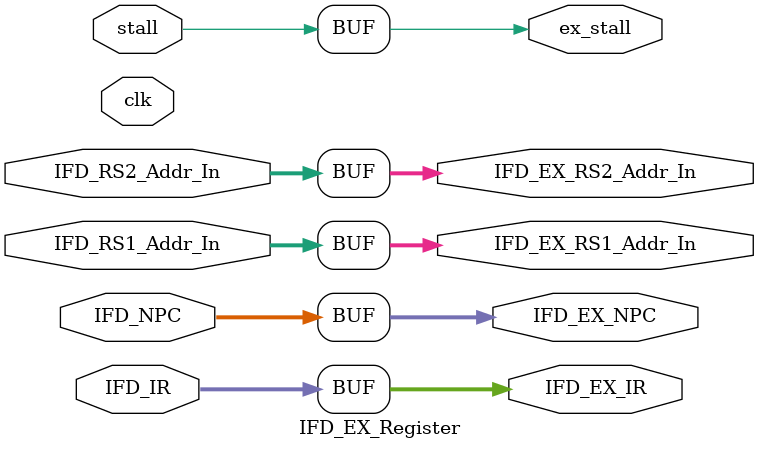
<source format=v>
`timescale 1ns / 1ps


module IFD_EX_Register(clk,stall,IFD_NPC,IFD_IR,IFD_RS1_Addr_In,IFD_RS2_Addr_In,IFD_EX_NPC,IFD_EX_IR,IFD_EX_RS1_Addr_In,IFD_EX_RS2_Addr_In,
ex_stall
    );
   
   input clk;
   input stall;
   input [31:0] IFD_NPC;
   input [31:0] IFD_IR;
   input [4:0]  IFD_RS1_Addr_In;
   input [4:0]  IFD_RS2_Addr_In;
   output reg [31:0] IFD_EX_NPC;
   output reg [31:0] IFD_EX_IR;
   output reg [4:0] IFD_EX_RS1_Addr_In;
   output reg [4:0] IFD_EX_RS2_Addr_In;
   output reg ex_stall;
   
   always@(*)
   begin
   IFD_EX_NPC <= IFD_NPC;
   IFD_EX_IR <=IFD_IR;
   IFD_EX_RS1_Addr_In <= IFD_RS1_Addr_In;
   IFD_EX_RS2_Addr_In <= IFD_RS2_Addr_In;
   ex_stall <= stall;
   end
   
   
endmodule

</source>
